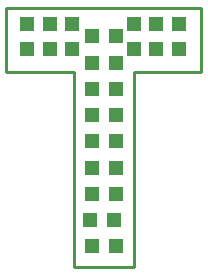
<source format=gtp>
G75*
%MOIN*%
%OFA0B0*%
%FSLAX24Y24*%
%IPPOS*%
%LPD*%
%AMOC8*
5,1,8,0,0,1.08239X$1,22.5*
%
%ADD10C,0.0100*%
%ADD11R,0.0472X0.0472*%
D10*
X004642Y002517D02*
X006642Y002517D01*
X006642Y009017D01*
X008892Y009017D01*
X008892Y011142D01*
X002392Y011142D01*
X002392Y009017D01*
X004642Y009017D01*
X004642Y002517D01*
D11*
X005228Y003204D03*
X006055Y003204D03*
X005993Y004079D03*
X005166Y004079D03*
X005228Y004954D03*
X006055Y004954D03*
X006055Y005829D03*
X005228Y005829D03*
X005228Y006704D03*
X006055Y006704D03*
X006055Y007579D03*
X005228Y007579D03*
X005228Y008454D03*
X006055Y008454D03*
X006055Y009329D03*
X006642Y009791D03*
X006055Y010204D03*
X006642Y010618D03*
X007392Y010618D03*
X008142Y010618D03*
X008142Y009791D03*
X007392Y009791D03*
X005228Y010204D03*
X004579Y009791D03*
X005228Y009329D03*
X004579Y010618D03*
X003829Y010618D03*
X003079Y010618D03*
X003079Y009791D03*
X003829Y009791D03*
M02*

</source>
